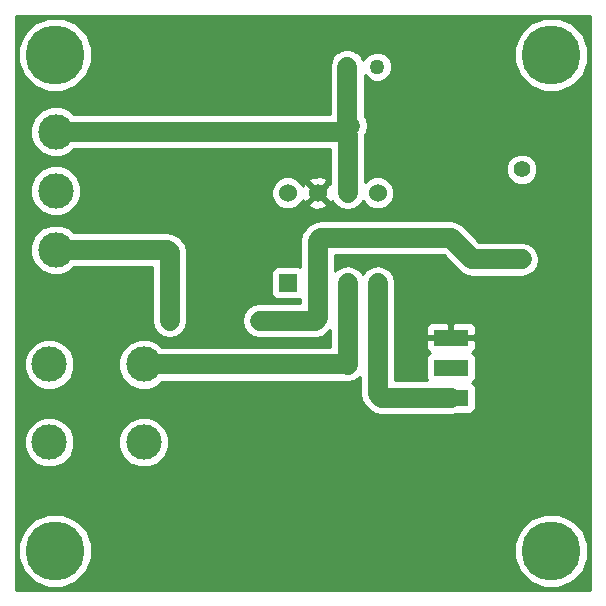
<source format=gtl>
G04 (created by PCBNEW (2014-01-10 BZR 4027)-stable) date Saturday, May 10, 2014 'pmt' 10:24:49 pm*
%MOIN*%
G04 Gerber Fmt 3.4, Leading zero omitted, Abs format*
%FSLAX34Y34*%
G01*
G70*
G90*
G04 APERTURE LIST*
%ADD10C,0.00590551*%
%ADD11R,0.06X0.06*%
%ADD12C,0.06*%
%ADD13C,0.055*%
%ADD14R,0.11811X0.0551181*%
%ADD15C,0.11811*%
%ADD16C,0.19685*%
%ADD17R,0.05X0.05*%
%ADD18C,0.05*%
%ADD19C,0.0669291*%
%ADD20C,0.01*%
G04 APERTURE END LIST*
G54D10*
G54D11*
X72318Y-52484D03*
G54D12*
X73318Y-52484D03*
X74318Y-52484D03*
X75318Y-52484D03*
X75318Y-49484D03*
X74318Y-49484D03*
X73318Y-49484D03*
X72318Y-49484D03*
G54D13*
X80118Y-48696D03*
X80118Y-51696D03*
X68381Y-53740D03*
X71381Y-53740D03*
G54D14*
X77755Y-54314D03*
X77755Y-55314D03*
X77755Y-56314D03*
G54D15*
X67519Y-55196D03*
X64370Y-57795D03*
X67519Y-57795D03*
X64370Y-55196D03*
X64586Y-49409D03*
X64586Y-47440D03*
X64586Y-51377D03*
G54D16*
X81102Y-44881D03*
X64566Y-44881D03*
X64566Y-61417D03*
X81102Y-61417D03*
G54D17*
X74303Y-45275D03*
G54D18*
X75303Y-45275D03*
G54D19*
X73318Y-52484D02*
X73318Y-51090D01*
X78468Y-51696D02*
X80118Y-51696D01*
X77755Y-50984D02*
X78468Y-51696D01*
X73425Y-50984D02*
X77755Y-50984D01*
X73318Y-51090D02*
X73425Y-50984D01*
X73318Y-52484D02*
X73318Y-53649D01*
X73228Y-53740D02*
X71381Y-53740D01*
X73318Y-53649D02*
X73228Y-53740D01*
X74318Y-52484D02*
X74318Y-55208D01*
X74307Y-55196D02*
X67519Y-55196D01*
X74318Y-55208D02*
X74307Y-55196D01*
X74303Y-45275D02*
X74303Y-47350D01*
X74303Y-47350D02*
X74409Y-47244D01*
X64586Y-47440D02*
X74212Y-47440D01*
X74318Y-47547D02*
X74318Y-49484D01*
X74212Y-47440D02*
X74318Y-47547D01*
X64586Y-51377D02*
X68307Y-51377D01*
X68381Y-51452D02*
X68381Y-53740D01*
X68307Y-51377D02*
X68381Y-51452D01*
X75318Y-52484D02*
X75318Y-56177D01*
X75456Y-56314D02*
X77755Y-56314D01*
X75318Y-56177D02*
X75456Y-56314D01*
G54D10*
G36*
X82407Y-62722D02*
X82336Y-62722D01*
X82336Y-61172D01*
X82336Y-44637D01*
X82149Y-44183D01*
X81802Y-43836D01*
X81348Y-43647D01*
X80857Y-43647D01*
X80404Y-43834D01*
X80056Y-44181D01*
X79868Y-44635D01*
X79867Y-45126D01*
X80055Y-45580D01*
X80402Y-45927D01*
X80855Y-46115D01*
X81346Y-46116D01*
X81800Y-45928D01*
X82148Y-45581D01*
X82336Y-45128D01*
X82336Y-44637D01*
X82336Y-61172D01*
X82149Y-60719D01*
X81802Y-60371D01*
X81348Y-60183D01*
X80857Y-60182D01*
X80702Y-60246D01*
X80702Y-51696D01*
X80658Y-51473D01*
X80643Y-51450D01*
X80643Y-48592D01*
X80563Y-48399D01*
X80415Y-48252D01*
X80222Y-48171D01*
X80014Y-48171D01*
X79821Y-48251D01*
X79673Y-48399D01*
X79593Y-48591D01*
X79593Y-48800D01*
X79672Y-48993D01*
X79820Y-49141D01*
X80013Y-49221D01*
X80222Y-49221D01*
X80415Y-49142D01*
X80562Y-48994D01*
X80643Y-48801D01*
X80643Y-48592D01*
X80643Y-51450D01*
X80531Y-51283D01*
X80341Y-51156D01*
X80118Y-51112D01*
X78710Y-51112D01*
X78169Y-50570D01*
X77979Y-50444D01*
X77755Y-50399D01*
X77755Y-50399D01*
X75868Y-50399D01*
X75868Y-49375D01*
X75785Y-49173D01*
X75630Y-49018D01*
X75428Y-48934D01*
X75209Y-48934D01*
X75007Y-49017D01*
X74903Y-49121D01*
X74903Y-47547D01*
X74901Y-47539D01*
X74949Y-47467D01*
X74994Y-47244D01*
X74949Y-47020D01*
X74887Y-46927D01*
X74887Y-45567D01*
X75019Y-45699D01*
X75203Y-45775D01*
X75402Y-45775D01*
X75586Y-45699D01*
X75726Y-45559D01*
X75803Y-45375D01*
X75803Y-45176D01*
X75727Y-44992D01*
X75586Y-44851D01*
X75403Y-44775D01*
X75204Y-44775D01*
X75020Y-44851D01*
X74879Y-44991D01*
X74846Y-45070D01*
X74843Y-45051D01*
X74803Y-44991D01*
X74803Y-44976D01*
X74765Y-44884D01*
X74694Y-44813D01*
X74603Y-44775D01*
X74587Y-44775D01*
X74526Y-44735D01*
X74303Y-44690D01*
X74079Y-44735D01*
X74019Y-44775D01*
X74003Y-44775D01*
X73911Y-44813D01*
X73841Y-44883D01*
X73803Y-44975D01*
X73803Y-44991D01*
X73763Y-45051D01*
X73718Y-45275D01*
X73718Y-46856D01*
X65801Y-46856D01*
X65801Y-44637D01*
X65613Y-44183D01*
X65266Y-43836D01*
X64813Y-43647D01*
X64322Y-43647D01*
X63868Y-43834D01*
X63521Y-44181D01*
X63332Y-44635D01*
X63332Y-45126D01*
X63519Y-45580D01*
X63866Y-45927D01*
X64320Y-46115D01*
X64811Y-46116D01*
X65265Y-45928D01*
X65612Y-45581D01*
X65800Y-45128D01*
X65801Y-44637D01*
X65801Y-46856D01*
X65190Y-46856D01*
X65063Y-46728D01*
X64754Y-46600D01*
X64420Y-46600D01*
X64111Y-46727D01*
X63874Y-46964D01*
X63746Y-47273D01*
X63745Y-47607D01*
X63873Y-47916D01*
X64109Y-48153D01*
X64418Y-48281D01*
X64753Y-48281D01*
X65062Y-48153D01*
X65190Y-48025D01*
X73734Y-48025D01*
X73734Y-49177D01*
X73704Y-49169D01*
X73634Y-49239D01*
X73634Y-49098D01*
X73606Y-49002D01*
X73400Y-48929D01*
X73182Y-48940D01*
X73031Y-49002D01*
X73003Y-49098D01*
X73318Y-49413D01*
X73634Y-49098D01*
X73634Y-49239D01*
X73389Y-49484D01*
X73704Y-49799D01*
X73800Y-49772D01*
X73807Y-49751D01*
X73905Y-49897D01*
X74095Y-50024D01*
X74318Y-50068D01*
X74542Y-50024D01*
X74732Y-49897D01*
X74832Y-49747D01*
X74852Y-49795D01*
X75006Y-49950D01*
X75209Y-50034D01*
X75427Y-50034D01*
X75630Y-49950D01*
X75784Y-49796D01*
X75868Y-49594D01*
X75868Y-49375D01*
X75868Y-50399D01*
X73634Y-50399D01*
X73634Y-49870D01*
X73318Y-49554D01*
X73248Y-49625D01*
X73248Y-49484D01*
X72932Y-49169D01*
X72837Y-49196D01*
X72817Y-49251D01*
X72785Y-49173D01*
X72630Y-49018D01*
X72428Y-48934D01*
X72209Y-48934D01*
X72007Y-49017D01*
X71852Y-49172D01*
X71768Y-49374D01*
X71768Y-49593D01*
X71852Y-49795D01*
X72006Y-49950D01*
X72209Y-50034D01*
X72427Y-50034D01*
X72630Y-49950D01*
X72784Y-49796D01*
X72816Y-49720D01*
X72837Y-49772D01*
X72932Y-49799D01*
X73248Y-49484D01*
X73248Y-49625D01*
X73003Y-49870D01*
X73031Y-49965D01*
X73237Y-50039D01*
X73455Y-50028D01*
X73606Y-49965D01*
X73634Y-49870D01*
X73634Y-50399D01*
X73425Y-50399D01*
X73201Y-50444D01*
X73011Y-50570D01*
X73011Y-50570D01*
X72905Y-50677D01*
X72778Y-50866D01*
X72734Y-51090D01*
X72734Y-51090D01*
X72734Y-51961D01*
X72668Y-51934D01*
X72569Y-51934D01*
X71969Y-51934D01*
X71877Y-51972D01*
X71807Y-52042D01*
X71768Y-52134D01*
X71768Y-52233D01*
X71768Y-52833D01*
X71806Y-52925D01*
X71877Y-52996D01*
X71968Y-53034D01*
X72068Y-53034D01*
X72668Y-53034D01*
X72734Y-53007D01*
X72734Y-53155D01*
X71381Y-53155D01*
X71158Y-53200D01*
X70968Y-53326D01*
X70841Y-53516D01*
X70797Y-53740D01*
X70841Y-53963D01*
X70968Y-54153D01*
X71158Y-54280D01*
X71381Y-54324D01*
X73228Y-54324D01*
X73228Y-54324D01*
X73228Y-54324D01*
X73452Y-54280D01*
X73641Y-54153D01*
X73732Y-54063D01*
X73732Y-54063D01*
X73732Y-54063D01*
X73734Y-54060D01*
X73734Y-54612D01*
X68966Y-54612D01*
X68966Y-53740D01*
X68966Y-51452D01*
X68922Y-51229D01*
X68795Y-51039D01*
X68795Y-51039D01*
X68720Y-50964D01*
X68530Y-50837D01*
X68307Y-50793D01*
X68307Y-50793D01*
X65427Y-50793D01*
X65427Y-49242D01*
X65299Y-48933D01*
X65063Y-48697D01*
X64754Y-48569D01*
X64420Y-48568D01*
X64111Y-48696D01*
X63874Y-48932D01*
X63746Y-49241D01*
X63745Y-49575D01*
X63873Y-49884D01*
X64109Y-50121D01*
X64418Y-50249D01*
X64753Y-50250D01*
X65062Y-50122D01*
X65298Y-49886D01*
X65427Y-49577D01*
X65427Y-49242D01*
X65427Y-50793D01*
X65190Y-50793D01*
X65063Y-50665D01*
X64754Y-50537D01*
X64420Y-50537D01*
X64111Y-50664D01*
X63874Y-50901D01*
X63746Y-51210D01*
X63745Y-51544D01*
X63873Y-51853D01*
X64109Y-52090D01*
X64418Y-52218D01*
X64753Y-52218D01*
X65062Y-52090D01*
X65190Y-51962D01*
X67797Y-51962D01*
X67797Y-53740D01*
X67841Y-53963D01*
X67968Y-54153D01*
X68158Y-54280D01*
X68381Y-54324D01*
X68605Y-54280D01*
X68795Y-54153D01*
X68922Y-53963D01*
X68966Y-53740D01*
X68966Y-54612D01*
X68123Y-54612D01*
X67996Y-54484D01*
X67687Y-54356D01*
X67353Y-54356D01*
X67044Y-54483D01*
X66807Y-54720D01*
X66679Y-55028D01*
X66678Y-55363D01*
X66806Y-55672D01*
X67042Y-55909D01*
X67351Y-56037D01*
X67686Y-56037D01*
X67995Y-55909D01*
X68123Y-55781D01*
X74259Y-55781D01*
X74318Y-55793D01*
X74542Y-55748D01*
X74542Y-55748D01*
X74732Y-55622D01*
X74734Y-55619D01*
X74734Y-56177D01*
X74734Y-56177D01*
X74778Y-56400D01*
X74905Y-56590D01*
X75043Y-56728D01*
X75043Y-56728D01*
X75232Y-56855D01*
X75456Y-56899D01*
X75456Y-56899D01*
X75456Y-56899D01*
X77755Y-56899D01*
X77979Y-56855D01*
X78001Y-56840D01*
X78395Y-56840D01*
X78487Y-56802D01*
X78558Y-56732D01*
X78596Y-56640D01*
X78596Y-56541D01*
X78596Y-55989D01*
X78558Y-55897D01*
X78488Y-55827D01*
X78457Y-55814D01*
X78487Y-55802D01*
X78558Y-55732D01*
X78596Y-55640D01*
X78596Y-55541D01*
X78596Y-54989D01*
X78558Y-54897D01*
X78488Y-54827D01*
X78457Y-54814D01*
X78488Y-54802D01*
X78558Y-54731D01*
X78596Y-54640D01*
X78596Y-53989D01*
X78558Y-53897D01*
X78488Y-53827D01*
X78396Y-53789D01*
X78296Y-53789D01*
X77868Y-53789D01*
X77805Y-53851D01*
X77805Y-54264D01*
X78533Y-54264D01*
X78596Y-54202D01*
X78596Y-53989D01*
X78596Y-54640D01*
X78596Y-54427D01*
X78533Y-54364D01*
X77805Y-54364D01*
X77805Y-54372D01*
X77705Y-54372D01*
X77705Y-54364D01*
X77705Y-54264D01*
X77705Y-53851D01*
X77643Y-53789D01*
X77214Y-53789D01*
X77115Y-53789D01*
X77023Y-53827D01*
X76953Y-53897D01*
X76915Y-53989D01*
X76915Y-54202D01*
X76977Y-54264D01*
X77705Y-54264D01*
X77705Y-54364D01*
X76977Y-54364D01*
X76915Y-54427D01*
X76915Y-54640D01*
X76953Y-54731D01*
X77023Y-54802D01*
X77053Y-54814D01*
X77023Y-54827D01*
X76953Y-54897D01*
X76915Y-54989D01*
X76915Y-55088D01*
X76915Y-55640D01*
X76952Y-55730D01*
X75903Y-55730D01*
X75903Y-52484D01*
X75859Y-52260D01*
X75732Y-52070D01*
X75542Y-51944D01*
X75318Y-51899D01*
X75095Y-51944D01*
X74905Y-52070D01*
X74818Y-52200D01*
X74732Y-52070D01*
X74542Y-51944D01*
X74318Y-51899D01*
X74095Y-51944D01*
X73905Y-52070D01*
X73903Y-52073D01*
X73903Y-51568D01*
X77513Y-51568D01*
X78055Y-52110D01*
X78055Y-52110D01*
X78244Y-52236D01*
X78468Y-52281D01*
X80118Y-52281D01*
X80341Y-52236D01*
X80531Y-52110D01*
X80658Y-51920D01*
X80702Y-51696D01*
X80702Y-60246D01*
X80404Y-60370D01*
X80056Y-60717D01*
X79868Y-61170D01*
X79867Y-61661D01*
X80055Y-62115D01*
X80402Y-62463D01*
X80855Y-62651D01*
X81346Y-62651D01*
X81800Y-62464D01*
X82148Y-62117D01*
X82336Y-61663D01*
X82336Y-61172D01*
X82336Y-62722D01*
X68360Y-62722D01*
X68360Y-57628D01*
X68232Y-57319D01*
X67996Y-57083D01*
X67687Y-56954D01*
X67353Y-56954D01*
X67044Y-57082D01*
X66807Y-57318D01*
X66679Y-57627D01*
X66678Y-57961D01*
X66806Y-58270D01*
X67042Y-58507D01*
X67351Y-58635D01*
X67686Y-58635D01*
X67995Y-58508D01*
X68231Y-58272D01*
X68360Y-57963D01*
X68360Y-57628D01*
X68360Y-62722D01*
X65801Y-62722D01*
X65801Y-61172D01*
X65613Y-60719D01*
X65266Y-60371D01*
X65210Y-60348D01*
X65210Y-57628D01*
X65210Y-55030D01*
X65083Y-54721D01*
X64846Y-54484D01*
X64538Y-54356D01*
X64203Y-54356D01*
X63894Y-54483D01*
X63657Y-54720D01*
X63529Y-55028D01*
X63529Y-55363D01*
X63657Y-55672D01*
X63893Y-55909D01*
X64202Y-56037D01*
X64536Y-56037D01*
X64845Y-55909D01*
X65082Y-55673D01*
X65210Y-55364D01*
X65210Y-55030D01*
X65210Y-57628D01*
X65083Y-57319D01*
X64846Y-57083D01*
X64538Y-56954D01*
X64203Y-56954D01*
X63894Y-57082D01*
X63657Y-57318D01*
X63529Y-57627D01*
X63529Y-57961D01*
X63657Y-58270D01*
X63893Y-58507D01*
X64202Y-58635D01*
X64536Y-58635D01*
X64845Y-58508D01*
X65082Y-58272D01*
X65210Y-57963D01*
X65210Y-57628D01*
X65210Y-60348D01*
X64813Y-60183D01*
X64322Y-60182D01*
X63868Y-60370D01*
X63521Y-60717D01*
X63332Y-61170D01*
X63332Y-61661D01*
X63519Y-62115D01*
X63866Y-62463D01*
X64320Y-62651D01*
X64811Y-62651D01*
X65265Y-62464D01*
X65612Y-62117D01*
X65800Y-61663D01*
X65801Y-61172D01*
X65801Y-62722D01*
X63261Y-62722D01*
X63261Y-43576D01*
X82407Y-43576D01*
X82407Y-62722D01*
X82407Y-62722D01*
G37*
G54D20*
X82407Y-62722D02*
X82336Y-62722D01*
X82336Y-61172D01*
X82336Y-44637D01*
X82149Y-44183D01*
X81802Y-43836D01*
X81348Y-43647D01*
X80857Y-43647D01*
X80404Y-43834D01*
X80056Y-44181D01*
X79868Y-44635D01*
X79867Y-45126D01*
X80055Y-45580D01*
X80402Y-45927D01*
X80855Y-46115D01*
X81346Y-46116D01*
X81800Y-45928D01*
X82148Y-45581D01*
X82336Y-45128D01*
X82336Y-44637D01*
X82336Y-61172D01*
X82149Y-60719D01*
X81802Y-60371D01*
X81348Y-60183D01*
X80857Y-60182D01*
X80702Y-60246D01*
X80702Y-51696D01*
X80658Y-51473D01*
X80643Y-51450D01*
X80643Y-48592D01*
X80563Y-48399D01*
X80415Y-48252D01*
X80222Y-48171D01*
X80014Y-48171D01*
X79821Y-48251D01*
X79673Y-48399D01*
X79593Y-48591D01*
X79593Y-48800D01*
X79672Y-48993D01*
X79820Y-49141D01*
X80013Y-49221D01*
X80222Y-49221D01*
X80415Y-49142D01*
X80562Y-48994D01*
X80643Y-48801D01*
X80643Y-48592D01*
X80643Y-51450D01*
X80531Y-51283D01*
X80341Y-51156D01*
X80118Y-51112D01*
X78710Y-51112D01*
X78169Y-50570D01*
X77979Y-50444D01*
X77755Y-50399D01*
X77755Y-50399D01*
X75868Y-50399D01*
X75868Y-49375D01*
X75785Y-49173D01*
X75630Y-49018D01*
X75428Y-48934D01*
X75209Y-48934D01*
X75007Y-49017D01*
X74903Y-49121D01*
X74903Y-47547D01*
X74901Y-47539D01*
X74949Y-47467D01*
X74994Y-47244D01*
X74949Y-47020D01*
X74887Y-46927D01*
X74887Y-45567D01*
X75019Y-45699D01*
X75203Y-45775D01*
X75402Y-45775D01*
X75586Y-45699D01*
X75726Y-45559D01*
X75803Y-45375D01*
X75803Y-45176D01*
X75727Y-44992D01*
X75586Y-44851D01*
X75403Y-44775D01*
X75204Y-44775D01*
X75020Y-44851D01*
X74879Y-44991D01*
X74846Y-45070D01*
X74843Y-45051D01*
X74803Y-44991D01*
X74803Y-44976D01*
X74765Y-44884D01*
X74694Y-44813D01*
X74603Y-44775D01*
X74587Y-44775D01*
X74526Y-44735D01*
X74303Y-44690D01*
X74079Y-44735D01*
X74019Y-44775D01*
X74003Y-44775D01*
X73911Y-44813D01*
X73841Y-44883D01*
X73803Y-44975D01*
X73803Y-44991D01*
X73763Y-45051D01*
X73718Y-45275D01*
X73718Y-46856D01*
X65801Y-46856D01*
X65801Y-44637D01*
X65613Y-44183D01*
X65266Y-43836D01*
X64813Y-43647D01*
X64322Y-43647D01*
X63868Y-43834D01*
X63521Y-44181D01*
X63332Y-44635D01*
X63332Y-45126D01*
X63519Y-45580D01*
X63866Y-45927D01*
X64320Y-46115D01*
X64811Y-46116D01*
X65265Y-45928D01*
X65612Y-45581D01*
X65800Y-45128D01*
X65801Y-44637D01*
X65801Y-46856D01*
X65190Y-46856D01*
X65063Y-46728D01*
X64754Y-46600D01*
X64420Y-46600D01*
X64111Y-46727D01*
X63874Y-46964D01*
X63746Y-47273D01*
X63745Y-47607D01*
X63873Y-47916D01*
X64109Y-48153D01*
X64418Y-48281D01*
X64753Y-48281D01*
X65062Y-48153D01*
X65190Y-48025D01*
X73734Y-48025D01*
X73734Y-49177D01*
X73704Y-49169D01*
X73634Y-49239D01*
X73634Y-49098D01*
X73606Y-49002D01*
X73400Y-48929D01*
X73182Y-48940D01*
X73031Y-49002D01*
X73003Y-49098D01*
X73318Y-49413D01*
X73634Y-49098D01*
X73634Y-49239D01*
X73389Y-49484D01*
X73704Y-49799D01*
X73800Y-49772D01*
X73807Y-49751D01*
X73905Y-49897D01*
X74095Y-50024D01*
X74318Y-50068D01*
X74542Y-50024D01*
X74732Y-49897D01*
X74832Y-49747D01*
X74852Y-49795D01*
X75006Y-49950D01*
X75209Y-50034D01*
X75427Y-50034D01*
X75630Y-49950D01*
X75784Y-49796D01*
X75868Y-49594D01*
X75868Y-49375D01*
X75868Y-50399D01*
X73634Y-50399D01*
X73634Y-49870D01*
X73318Y-49554D01*
X73248Y-49625D01*
X73248Y-49484D01*
X72932Y-49169D01*
X72837Y-49196D01*
X72817Y-49251D01*
X72785Y-49173D01*
X72630Y-49018D01*
X72428Y-48934D01*
X72209Y-48934D01*
X72007Y-49017D01*
X71852Y-49172D01*
X71768Y-49374D01*
X71768Y-49593D01*
X71852Y-49795D01*
X72006Y-49950D01*
X72209Y-50034D01*
X72427Y-50034D01*
X72630Y-49950D01*
X72784Y-49796D01*
X72816Y-49720D01*
X72837Y-49772D01*
X72932Y-49799D01*
X73248Y-49484D01*
X73248Y-49625D01*
X73003Y-49870D01*
X73031Y-49965D01*
X73237Y-50039D01*
X73455Y-50028D01*
X73606Y-49965D01*
X73634Y-49870D01*
X73634Y-50399D01*
X73425Y-50399D01*
X73201Y-50444D01*
X73011Y-50570D01*
X73011Y-50570D01*
X72905Y-50677D01*
X72778Y-50866D01*
X72734Y-51090D01*
X72734Y-51090D01*
X72734Y-51961D01*
X72668Y-51934D01*
X72569Y-51934D01*
X71969Y-51934D01*
X71877Y-51972D01*
X71807Y-52042D01*
X71768Y-52134D01*
X71768Y-52233D01*
X71768Y-52833D01*
X71806Y-52925D01*
X71877Y-52996D01*
X71968Y-53034D01*
X72068Y-53034D01*
X72668Y-53034D01*
X72734Y-53007D01*
X72734Y-53155D01*
X71381Y-53155D01*
X71158Y-53200D01*
X70968Y-53326D01*
X70841Y-53516D01*
X70797Y-53740D01*
X70841Y-53963D01*
X70968Y-54153D01*
X71158Y-54280D01*
X71381Y-54324D01*
X73228Y-54324D01*
X73228Y-54324D01*
X73228Y-54324D01*
X73452Y-54280D01*
X73641Y-54153D01*
X73732Y-54063D01*
X73732Y-54063D01*
X73732Y-54063D01*
X73734Y-54060D01*
X73734Y-54612D01*
X68966Y-54612D01*
X68966Y-53740D01*
X68966Y-51452D01*
X68922Y-51229D01*
X68795Y-51039D01*
X68795Y-51039D01*
X68720Y-50964D01*
X68530Y-50837D01*
X68307Y-50793D01*
X68307Y-50793D01*
X65427Y-50793D01*
X65427Y-49242D01*
X65299Y-48933D01*
X65063Y-48697D01*
X64754Y-48569D01*
X64420Y-48568D01*
X64111Y-48696D01*
X63874Y-48932D01*
X63746Y-49241D01*
X63745Y-49575D01*
X63873Y-49884D01*
X64109Y-50121D01*
X64418Y-50249D01*
X64753Y-50250D01*
X65062Y-50122D01*
X65298Y-49886D01*
X65427Y-49577D01*
X65427Y-49242D01*
X65427Y-50793D01*
X65190Y-50793D01*
X65063Y-50665D01*
X64754Y-50537D01*
X64420Y-50537D01*
X64111Y-50664D01*
X63874Y-50901D01*
X63746Y-51210D01*
X63745Y-51544D01*
X63873Y-51853D01*
X64109Y-52090D01*
X64418Y-52218D01*
X64753Y-52218D01*
X65062Y-52090D01*
X65190Y-51962D01*
X67797Y-51962D01*
X67797Y-53740D01*
X67841Y-53963D01*
X67968Y-54153D01*
X68158Y-54280D01*
X68381Y-54324D01*
X68605Y-54280D01*
X68795Y-54153D01*
X68922Y-53963D01*
X68966Y-53740D01*
X68966Y-54612D01*
X68123Y-54612D01*
X67996Y-54484D01*
X67687Y-54356D01*
X67353Y-54356D01*
X67044Y-54483D01*
X66807Y-54720D01*
X66679Y-55028D01*
X66678Y-55363D01*
X66806Y-55672D01*
X67042Y-55909D01*
X67351Y-56037D01*
X67686Y-56037D01*
X67995Y-55909D01*
X68123Y-55781D01*
X74259Y-55781D01*
X74318Y-55793D01*
X74542Y-55748D01*
X74542Y-55748D01*
X74732Y-55622D01*
X74734Y-55619D01*
X74734Y-56177D01*
X74734Y-56177D01*
X74778Y-56400D01*
X74905Y-56590D01*
X75043Y-56728D01*
X75043Y-56728D01*
X75232Y-56855D01*
X75456Y-56899D01*
X75456Y-56899D01*
X75456Y-56899D01*
X77755Y-56899D01*
X77979Y-56855D01*
X78001Y-56840D01*
X78395Y-56840D01*
X78487Y-56802D01*
X78558Y-56732D01*
X78596Y-56640D01*
X78596Y-56541D01*
X78596Y-55989D01*
X78558Y-55897D01*
X78488Y-55827D01*
X78457Y-55814D01*
X78487Y-55802D01*
X78558Y-55732D01*
X78596Y-55640D01*
X78596Y-55541D01*
X78596Y-54989D01*
X78558Y-54897D01*
X78488Y-54827D01*
X78457Y-54814D01*
X78488Y-54802D01*
X78558Y-54731D01*
X78596Y-54640D01*
X78596Y-53989D01*
X78558Y-53897D01*
X78488Y-53827D01*
X78396Y-53789D01*
X78296Y-53789D01*
X77868Y-53789D01*
X77805Y-53851D01*
X77805Y-54264D01*
X78533Y-54264D01*
X78596Y-54202D01*
X78596Y-53989D01*
X78596Y-54640D01*
X78596Y-54427D01*
X78533Y-54364D01*
X77805Y-54364D01*
X77805Y-54372D01*
X77705Y-54372D01*
X77705Y-54364D01*
X77705Y-54264D01*
X77705Y-53851D01*
X77643Y-53789D01*
X77214Y-53789D01*
X77115Y-53789D01*
X77023Y-53827D01*
X76953Y-53897D01*
X76915Y-53989D01*
X76915Y-54202D01*
X76977Y-54264D01*
X77705Y-54264D01*
X77705Y-54364D01*
X76977Y-54364D01*
X76915Y-54427D01*
X76915Y-54640D01*
X76953Y-54731D01*
X77023Y-54802D01*
X77053Y-54814D01*
X77023Y-54827D01*
X76953Y-54897D01*
X76915Y-54989D01*
X76915Y-55088D01*
X76915Y-55640D01*
X76952Y-55730D01*
X75903Y-55730D01*
X75903Y-52484D01*
X75859Y-52260D01*
X75732Y-52070D01*
X75542Y-51944D01*
X75318Y-51899D01*
X75095Y-51944D01*
X74905Y-52070D01*
X74818Y-52200D01*
X74732Y-52070D01*
X74542Y-51944D01*
X74318Y-51899D01*
X74095Y-51944D01*
X73905Y-52070D01*
X73903Y-52073D01*
X73903Y-51568D01*
X77513Y-51568D01*
X78055Y-52110D01*
X78055Y-52110D01*
X78244Y-52236D01*
X78468Y-52281D01*
X80118Y-52281D01*
X80341Y-52236D01*
X80531Y-52110D01*
X80658Y-51920D01*
X80702Y-51696D01*
X80702Y-60246D01*
X80404Y-60370D01*
X80056Y-60717D01*
X79868Y-61170D01*
X79867Y-61661D01*
X80055Y-62115D01*
X80402Y-62463D01*
X80855Y-62651D01*
X81346Y-62651D01*
X81800Y-62464D01*
X82148Y-62117D01*
X82336Y-61663D01*
X82336Y-61172D01*
X82336Y-62722D01*
X68360Y-62722D01*
X68360Y-57628D01*
X68232Y-57319D01*
X67996Y-57083D01*
X67687Y-56954D01*
X67353Y-56954D01*
X67044Y-57082D01*
X66807Y-57318D01*
X66679Y-57627D01*
X66678Y-57961D01*
X66806Y-58270D01*
X67042Y-58507D01*
X67351Y-58635D01*
X67686Y-58635D01*
X67995Y-58508D01*
X68231Y-58272D01*
X68360Y-57963D01*
X68360Y-57628D01*
X68360Y-62722D01*
X65801Y-62722D01*
X65801Y-61172D01*
X65613Y-60719D01*
X65266Y-60371D01*
X65210Y-60348D01*
X65210Y-57628D01*
X65210Y-55030D01*
X65083Y-54721D01*
X64846Y-54484D01*
X64538Y-54356D01*
X64203Y-54356D01*
X63894Y-54483D01*
X63657Y-54720D01*
X63529Y-55028D01*
X63529Y-55363D01*
X63657Y-55672D01*
X63893Y-55909D01*
X64202Y-56037D01*
X64536Y-56037D01*
X64845Y-55909D01*
X65082Y-55673D01*
X65210Y-55364D01*
X65210Y-55030D01*
X65210Y-57628D01*
X65083Y-57319D01*
X64846Y-57083D01*
X64538Y-56954D01*
X64203Y-56954D01*
X63894Y-57082D01*
X63657Y-57318D01*
X63529Y-57627D01*
X63529Y-57961D01*
X63657Y-58270D01*
X63893Y-58507D01*
X64202Y-58635D01*
X64536Y-58635D01*
X64845Y-58508D01*
X65082Y-58272D01*
X65210Y-57963D01*
X65210Y-57628D01*
X65210Y-60348D01*
X64813Y-60183D01*
X64322Y-60182D01*
X63868Y-60370D01*
X63521Y-60717D01*
X63332Y-61170D01*
X63332Y-61661D01*
X63519Y-62115D01*
X63866Y-62463D01*
X64320Y-62651D01*
X64811Y-62651D01*
X65265Y-62464D01*
X65612Y-62117D01*
X65800Y-61663D01*
X65801Y-61172D01*
X65801Y-62722D01*
X63261Y-62722D01*
X63261Y-43576D01*
X82407Y-43576D01*
X82407Y-62722D01*
M02*

</source>
